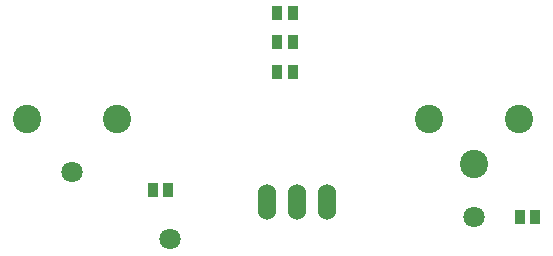
<source format=gbp>
G04 #@! TF.FileFunction,Paste,Bot*
%FSLAX46Y46*%
G04 Gerber Fmt 4.6, Leading zero omitted, Abs format (unit mm)*
G04 Created by KiCad (PCBNEW 4.0.6) date 06/08/17 14:58:16*
%MOMM*%
%LPD*%
G01*
G04 APERTURE LIST*
%ADD10C,0.100000*%
%ADD11C,2.397760*%
%ADD12C,1.798320*%
%ADD13O,1.524000X3.048000*%
%ADD14R,0.970000X1.270000*%
G04 APERTURE END LIST*
D10*
D11*
X103810000Y-101000000D03*
X96190000Y-101000000D03*
D12*
X100000000Y-105447540D03*
X108249920Y-111160000D03*
D11*
X130190000Y-101000000D03*
X137810000Y-101000000D03*
X134000000Y-104810000D03*
D12*
X134000000Y-109255000D03*
D13*
X116460000Y-108000000D03*
X119000000Y-108000000D03*
X121540000Y-108000000D03*
D14*
X117360000Y-92000000D03*
X118640000Y-92000000D03*
X137860000Y-109250000D03*
X139140000Y-109250000D03*
X108140000Y-107000000D03*
X106860000Y-107000000D03*
X117360000Y-94500000D03*
X118640000Y-94500000D03*
X117360000Y-97000000D03*
X118640000Y-97000000D03*
M02*

</source>
